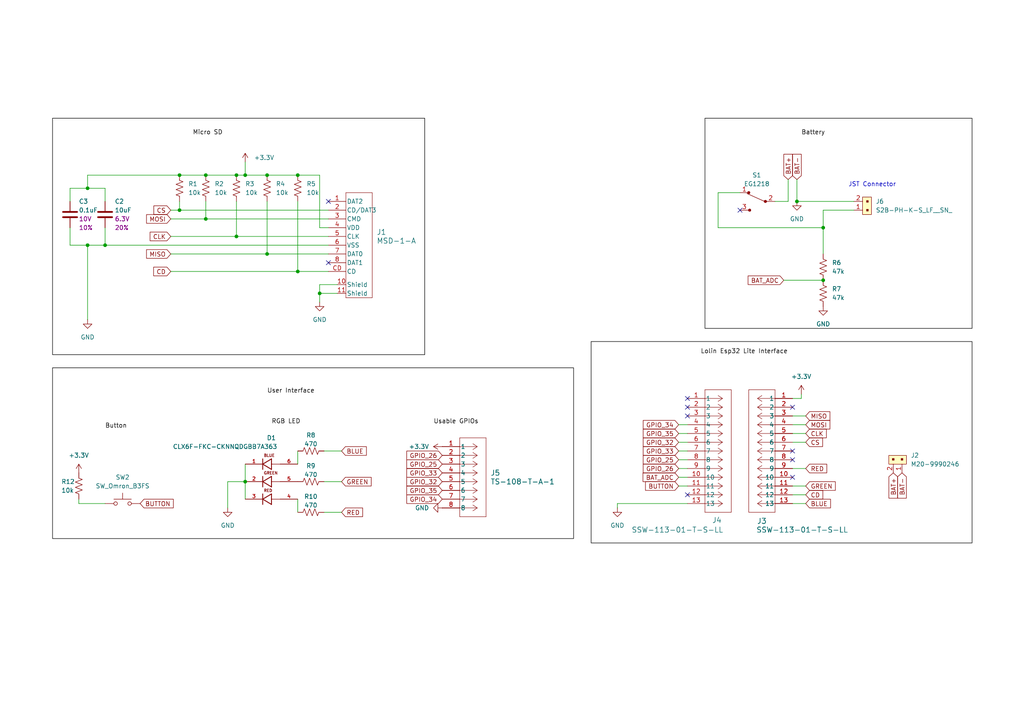
<source format=kicad_sch>
(kicad_sch (version 20231120) (generator "eeschema") (generator_version "8.0")
  (paper "A4")
  (title_block (title "ESP32 SD card Shield") (date "2024-08-26") (rev "1"))
  (lib_symbols
    (symbol "2024-08-26_17-59-16:MSD-1-A" (pin_names (offset 0.254))
      (property "Reference" "J1" (at 13.97 -8.8899 0))
      (property "Value" "MSD-1-A" (at 13.97 -11.4299 0))
      (symbol "MSD-1-A_1_1"
        (pin bidirectional line (at 0 0 0) (length 5.08) (name "DAT2") (number "1"))
        (pin power_in line (at 2.54 -24.13 0) (length 2.54) (name "Shield") (number "10"))
        (pin power_in line (at 2.54 -26.67 0) (length 2.54) (name "Shield") (number "11"))
        (pin bidirectional line (at 0 -2.54 0) (length 5.08) (name "CD/DAT3") (number "2"))
        (pin unspecified line (at 0 -5.08 0) (length 5.08) (name "CMD") (number "3"))
        (pin power_in line (at 0 -7.62 0) (length 5.08) (name "VDD") (number "4"))
        (pin input line (at 0 -10.16 0) (length 5.08) (name "CLK") (number "5"))
        (pin power_out line (at 0 -12.7 0) (length 5.08) (name "VSS") (number "6"))
        (pin bidirectional line (at 0 -15.24 0) (length 5.08) (name "DAT0") (number "7"))
        (pin bidirectional line (at 0 -17.78 0) (length 5.08) (name "DAT1") (number "8"))
        (pin unspecified line (at 0 -20.32 0) (length 5.08) (name "CD") (number "CD"))
      )
      (symbol "MSD-1-A_1_2"
        (pin bidirectional line (at 0 0 0) (length 5.08) (name "DAT2") (number "1"))
        (pin bidirectional line (at 0 -2.54 0) (length 5.08) (name "CD/DAT3") (number "2"))
        (pin unspecified line (at 0 -5.08 0) (length 5.08) (name "CMD") (number "3"))
        (pin power_in line (at 0 -7.62 0) (length 5.08) (name "VDD") (number "4"))
        (pin input line (at 0 -10.16 0) (length 5.08) (name "CLK") (number "5"))
        (pin power_out line (at 0 -12.7 0) (length 5.08) (name "VSS") (number "6"))
        (pin bidirectional line (at 0 -15.24 0) (length 5.08) (name "DAT0") (number "7"))
        (pin bidirectional line (at 0 -17.78 0) (length 5.08) (name "DAT1") (number "8"))
        (pin unspecified line (at 0 -20.32 0) (length 5.08) (name "CD") (number "CD"))
      )
    )
    (symbol "2024-08-26_21-57-37:SSW-113-01-T-S-LL" (pin_names (offset 0.254))
      (property "Reference" "J" (at 8.89 6.35 0))
      (property "Value" "SSW-113-01-T-S-LL" (at 0 0 0))
      (symbol "SSW-113-01-T-S-LL_1_1"
        (pin unspecified line (at 0 0 0) (length 5.08) (name "1") (number "1"))
        (pin unspecified line (at 0 -22.86 0) (length 5.08) (name "10") (number "10"))
        (pin unspecified line (at 0 -25.4 0) (length 5.08) (name "11") (number "11"))
        (pin unspecified line (at 0 -27.94 0) (length 5.08) (name "12") (number "12"))
        (pin unspecified line (at 0 -30.48 0) (length 5.08) (name "13") (number "13"))
        (pin unspecified line (at 0 -2.54 0) (length 5.08) (name "2") (number "2"))
        (pin unspecified line (at 0 -5.08 0) (length 5.08) (name "3") (number "3"))
        (pin unspecified line (at 0 -7.62 0) (length 5.08) (name "4") (number "4"))
        (pin unspecified line (at 0 -10.16 0) (length 5.08) (name "5") (number "5"))
        (pin unspecified line (at 0 -12.7 0) (length 5.08) (name "6") (number "6"))
        (pin unspecified line (at 0 -15.24 0) (length 5.08) (name "7") (number "7"))
        (pin unspecified line (at 0 -17.78 0) (length 5.08) (name "8") (number "8"))
        (pin unspecified line (at 0 -20.32 0) (length 5.08) (name "9") (number "9"))
      )
      (symbol "SSW-113-01-T-S-LL_1_2"
        (pin unspecified line (at 0 0 0) (length 5.08) (name "1") (number "1"))
        (pin unspecified line (at 0 -22.86 0) (length 5.08) (name "10") (number "10"))
        (pin unspecified line (at 0 -25.4 0) (length 5.08) (name "11") (number "11"))
        (pin unspecified line (at 0 -27.94 0) (length 5.08) (name "12") (number "12"))
        (pin unspecified line (at 0 -30.48 0) (length 5.08) (name "13") (number "13"))
        (pin unspecified line (at 0 -2.54 0) (length 5.08) (name "2") (number "2"))
        (pin unspecified line (at 0 -5.08 0) (length 5.08) (name "3") (number "3"))
        (pin unspecified line (at 0 -7.62 0) (length 5.08) (name "4") (number "4"))
        (pin unspecified line (at 0 -10.16 0) (length 5.08) (name "5") (number "5"))
        (pin unspecified line (at 0 -12.7 0) (length 5.08) (name "6") (number "6"))
        (pin unspecified line (at 0 -15.24 0) (length 5.08) (name "7") (number "7"))
        (pin unspecified line (at 0 -17.78 0) (length 5.08) (name "8") (number "8"))
        (pin unspecified line (at 0 -20.32 0) (length 5.08) (name "9") (number "9"))
      )
    )
    (symbol "2024-08-26_21-59-15:TS-108-T-A-1" (pin_names (offset 0.254))
      (property "Reference" "J" (at 8.89 6.35 0))
      (property "Value" "TS-108-T-A-1" (at 0 0 0))
      (symbol "TS-108-T-A-1_1_1"
        (pin unspecified line (at 0 0 0) (length 5.08) (name "1") (number "1"))
        (pin unspecified line (at 0 -2.54 0) (length 5.08) (name "2") (number "2"))
        (pin unspecified line (at 0 -5.08 0) (length 5.08) (name "3") (number "3"))
        (pin unspecified line (at 0 -7.62 0) (length 5.08) (name "4") (number "4"))
        (pin unspecified line (at 0 -10.16 0) (length 5.08) (name "5") (number "5"))
        (pin unspecified line (at 0 -12.7 0) (length 5.08) (name "6") (number "6"))
        (pin unspecified line (at 0 -15.24 0) (length 5.08) (name "7") (number "7"))
        (pin unspecified line (at 0 -17.78 0) (length 5.08) (name "8") (number "8"))
      )
      (symbol "TS-108-T-A-1_1_2"
        (pin unspecified line (at 0 0 0) (length 5.08) (name "1") (number "1"))
        (pin unspecified line (at 0 -2.54 0) (length 5.08) (name "2") (number "2"))
        (pin unspecified line (at 0 -5.08 0) (length 5.08) (name "3") (number "3"))
        (pin unspecified line (at 0 -7.62 0) (length 5.08) (name "4") (number "4"))
        (pin unspecified line (at 0 -10.16 0) (length 5.08) (name "5") (number "5"))
        (pin unspecified line (at 0 -12.7 0) (length 5.08) (name "6") (number "6"))
        (pin unspecified line (at 0 -15.24 0) (length 5.08) (name "7") (number "7"))
        (pin unspecified line (at 0 -17.78 0) (length 5.08) (name "8") (number "8"))
      )
    )
    (symbol "CLX6F-FKC-CKNNQDGBB7A363:CLX6F-FKC-CKNNQDGBB7A363" (pin_names (offset 1.016))
      (property "Reference" "D" (at -1.7788 9.1482 0))
      (property "Value" "CLX6F-FKC-CKNNQDGBB7A363" (at -2.5412 -10.1646 0))
      (symbol "CLX6F-FKC-CKNNQDGBB7A363_0_0"
        (text "BLUE" (at 0.2542 7.1176 0) (effects (font (size 0.8134 0.8134)) (justify left bottom)))
        (text "GREEN" (at 0.254 2.0323 0) (effects (font (size 0.8129 0.8129)) (justify left bottom)))
        (text "RED" (at 0.2545 -3.0539 0) (effects (font (size 0.8144 0.8144)) (justify left bottom)))
        (pin passive line (at -5.08 5.08 0) (length 5.08) (name "~") (number "1"))
        (pin passive line (at -5.08 0 0) (length 5.08) (name "~") (number "2"))
        (pin passive line (at -5.08 -5.08 0) (length 5.08) (name "~") (number "3"))
        (pin passive line (at 10.16 -5.08 180) (length 5.08) (name "~") (number "4"))
        (pin passive line (at 10.16 0 180) (length 5.08) (name "~") (number "5"))
        (pin passive line (at 10.16 5.08 180) (length 5.08) (name "~") (number "6"))
      )
    )
    (symbol "SparkFun-Capacitor:0.1uF_0402_10V_10%" (pin_numbers hide) (pin_names (offset 0.254))
      (property "Reference" "C" (at 0.635 2.54 0))
      (property "Value" "0.1uF" (at 0.635 -2.54 0))
      (property "Voltage" "10V" (at 0 -6.35 0))
      (property "Tolerance" "10%" (at 0 -8.89 0))
      (symbol "0.1uF_0402_10V_10%_1_1"
        (pin passive line (at 0 3.81 270) (length 2.794) (name "~") (number "1"))
        (pin passive line (at 0 -3.81 90) (length 2.794) (name "~") (number "2"))
      )
    )
    (symbol "SparkFun-Capacitor:10uF_0603_6.3V_20%" (pin_numbers hide) (pin_names (offset 0.254))
      (property "Reference" "C" (at 0.635 2.54 0))
      (property "Value" "10uF" (at 0.635 -2.54 0))
      (property "Voltage" "6.3V" (at 0 -6.35 0))
      (property "Tolerance" "20%" (at 0 -8.89 0))
      (symbol "10uF_0603_6.3V_20%_1_1"
        (pin passive line (at 0 3.81 270) (length 2.794) (name "~") (number "1"))
        (pin passive line (at 0 -3.81 90) (length 2.794) (name "~") (number "2"))
      )
    )
    (symbol "SparkFun-Resistor:10k_0603" (pin_numbers hide) (pin_names (offset 0))
      (property "Reference" "R" (at 0 -2.54 0))
      (property "Value" "10k" (at 0 2.54 0))
      (symbol "10k_0603_1_1"
        (pin passive line (at 3.81 0 180) (length 1.27) (name "~") (number "1"))
        (pin passive line (at -3.81 0 0) (length 1.27) (name "~") (number "2"))
      )
    )
    (symbol "SparkFun-Resistor:470_0603" (pin_numbers hide) (pin_names (offset 0))
      (property "Reference" "R" (at 0 -2.54 0))
      (property "Value" "470" (at 0 2.54 0))
      (symbol "470_0603_1_1"
        (pin passive line (at 3.81 0 180) (length 1.27) (name "~") (number "1"))
        (pin passive line (at -3.81 0 0) (length 1.27) (name "~") (number "2"))
      )
    )
    (symbol "SparkFun-Resistor:47k_0603" (pin_numbers hide) (pin_names (offset 0))
      (property "Reference" "R" (at 0 -2.54 0))
      (property "Value" "47k" (at 0 2.54 0))
      (symbol "47k_0603_1_1"
        (pin passive line (at 3.81 0 180) (length 1.27) (name "~") (number "1"))
        (pin passive line (at -3.81 0 0) (length 1.27) (name "~") (number "2"))
      )
    )
    (symbol "Switch:SW_Omron_B3FS" (pin_numbers hide) (pin_names (offset 1.016) hide)
      (property "Reference" "SW" (at 1.27 2.54 0))
      (property "Value" "SW_Omron_B3FS" (at 0 -1.524 0))
      (symbol "SW_Omron_B3FS_0_1"
        (pin passive line (at -5.08 0 0) (length 2.54) (name "1") (number "1"))
        (pin passive line (at 5.08 0 180) (length 2.54) (name "2") (number "2"))
      )
    )
    (symbol "dk_Rectangular-Connectors-Headers-Male-Pins:M20-9990246" (pin_names (offset 1.016))
      (property "Reference" "J" (at -2.54 1.27 0))
      (property "Value" "M20-9990246" (at 1.27 -3.81 0))
      (symbol "M20-9990246_1_1"
        (pin passive line (at 0 2.54 270) (length 2.54) (name "~") (number "1"))
        (pin passive line (at 2.54 2.54 270) (length 2.54) (name "~") (number "2"))
      )
    )
    (symbol "dk_Rectangular-Connectors-Headers-Male-Pins:S2B-PH-K-S_LF__SN_" (pin_names (offset 1.016))
      (property "Reference" "J" (at -2.54 -1.27 0))
      (property "Value" "S2B-PH-K-S_LF__SN_" (at 1.27 -3.81 0))
      (symbol "S2B-PH-K-S_LF__SN__1_1"
        (pin passive line (at 0 2.54 270) (length 2.54) (name "~") (number "1"))
        (pin passive line (at 2.54 2.54 270) (length 2.54) (name "~") (number "2"))
      )
    )
    (symbol "dk_Slide-Switches:EG1218" (pin_names (offset 0))
      (property "Reference" "S" (at -3.81 2.286 0))
      (property "Value" "EG1218" (at 0 -5.334 0))
      (symbol "EG1218_1_1"
        (pin passive line (at 5.08 2.54 180) (length 2.54) (name "~") (number "1"))
        (pin passive line (at -5.08 0 0) (length 2.54) (name "~") (number "2"))
        (pin passive line (at 5.08 -2.54 180) (length 2.54) (name "~") (number "3"))
      )
    )
    (symbol "power:+3.3V" (power) (pin_numbers hide) (pin_names (offset 0) hide)
      (property "Value" "+3.3V" (at 0 3.556 0))
      (symbol "+3.3V_1_1"
        (pin power_in line (at 0 0 90) (length 0) (name "~") (number "1"))
      )
    )
    (symbol "power:GND" (power) (pin_numbers hide) (pin_names (offset 0) hide)
      (property "Value" "GND" (at 0 -3.81 0))
      (symbol "GND_1_1"
        (pin power_in line (at 0 0 270) (length 0) (name "~") (number "1"))
      )
    )
  )
  (junction (at 71.12 50.8))
  (junction (at 86.36 78.74))
  (junction (at 71.12 139.7))
  (junction (at 25.4 71.12))
  (junction (at 231.14 58.42))
  (junction (at 68.58 50.8))
  (junction (at 92.71 85.09))
  (junction (at 59.69 50.8))
  (junction (at 238.76 81.28))
  (junction (at 68.58 68.58))
  (junction (at 77.47 50.8))
  (junction (at 30.48 71.12))
  (junction (at 59.69 63.5))
  (junction (at 238.76 66.04))
  (junction (at 52.07 60.96))
  (junction (at 77.47 73.66))
  (junction (at 25.4 54.61))
  (junction (at 86.36 50.8))
  (junction (at 52.07 50.8))
  (no_connect (at 199.39 118.11))
  (no_connect (at 229.87 133.35))
  (no_connect (at 199.39 143.51))
  (no_connect (at 199.39 115.57))
  (no_connect (at 199.39 120.65))
  (no_connect (at 95.25 58.42))
  (no_connect (at 229.87 118.11))
  (no_connect (at 214.63 60.96))
  (no_connect (at 95.25 76.2))
  (no_connect (at 229.87 138.43))
  (no_connect (at 229.87 130.81))
  (wire (pts (xy 214.63 55.88) (xy 208.28 55.88)))
  (wire (pts (xy 227.33 81.28) (xy 238.76 81.28)))
  (wire (pts (xy 71.12 139.7) (xy 71.12 134.62)))
  (wire (pts (xy 20.32 54.61) (xy 25.4 54.61)))
  (wire (pts (xy 59.69 58.42) (xy 59.69 63.5)))
  (wire (pts (xy 66.04 139.7) (xy 71.12 139.7)))
  (wire (pts (xy 196.85 133.35) (xy 199.39 133.35)))
  (wire (pts (xy 71.12 46.99) (xy 71.12 50.8)))
  (wire (pts (xy 22.86 144.78) (xy 22.86 146.05)))
  (wire (pts (xy 247.65 60.96) (xy 238.76 60.96)))
  (wire (pts (xy 196.85 140.97) (xy 199.39 140.97)))
  (wire (pts (xy 30.48 71.12) (xy 25.4 71.12)))
  (wire (pts (xy 95.25 66.04) (xy 92.71 66.04)))
  (wire (pts (xy 92.71 82.55) (xy 92.71 85.09)))
  (wire (pts (xy 92.71 87.63) (xy 92.71 85.09)))
  (wire (pts (xy 224.79 58.42) (xy 228.6 58.42)))
  (wire (pts (xy 68.58 50.8) (xy 71.12 50.8)))
  (wire (pts (xy 233.68 140.97) (xy 229.87 140.97)))
  (wire (pts (xy 238.76 66.04) (xy 238.76 73.66)))
  (wire (pts (xy 233.68 120.65) (xy 229.87 120.65)))
  (wire (pts (xy 196.85 135.89) (xy 199.39 135.89)))
  (wire (pts (xy 208.28 55.88) (xy 208.28 66.04)))
  (wire (pts (xy 196.85 123.19) (xy 199.39 123.19)))
  (wire (pts (xy 49.53 78.74) (xy 86.36 78.74)))
  (wire (pts (xy 77.47 58.42) (xy 77.47 73.66)))
  (wire (pts (xy 97.79 85.09) (xy 92.71 85.09)))
  (wire (pts (xy 232.41 115.57) (xy 229.87 115.57)))
  (wire (pts (xy 86.36 148.59) (xy 86.36 144.78)))
  (wire (pts (xy 22.86 146.05) (xy 30.48 146.05)))
  (wire (pts (xy 196.85 138.43) (xy 199.39 138.43)))
  (wire (pts (xy 52.07 58.42) (xy 52.07 60.96)))
  (wire (pts (xy 86.36 78.74) (xy 95.25 78.74)))
  (wire (pts (xy 52.07 50.8) (xy 59.69 50.8)))
  (wire (pts (xy 233.68 128.27) (xy 229.87 128.27)))
  (wire (pts (xy 25.4 71.12) (xy 25.4 92.71)))
  (wire (pts (xy 231.14 52.07) (xy 231.14 58.42)))
  (wire (pts (xy 231.14 58.42) (xy 247.65 58.42)))
  (wire (pts (xy 196.85 128.27) (xy 199.39 128.27)))
  (wire (pts (xy 233.68 146.05) (xy 229.87 146.05)))
  (wire (pts (xy 59.69 63.5) (xy 95.25 63.5)))
  (wire (pts (xy 77.47 50.8) (xy 86.36 50.8)))
  (wire (pts (xy 20.32 58.42) (xy 20.32 54.61)))
  (wire (pts (xy 233.68 135.89) (xy 229.87 135.89)))
  (wire (pts (xy 49.53 73.66) (xy 77.47 73.66)))
  (wire (pts (xy 59.69 50.8) (xy 68.58 50.8)))
  (wire (pts (xy 233.68 143.51) (xy 229.87 143.51)))
  (wire (pts (xy 233.68 123.19) (xy 229.87 123.19)))
  (wire (pts (xy 208.28 66.04) (xy 238.76 66.04)))
  (wire (pts (xy 49.53 63.5) (xy 59.69 63.5)))
  (wire (pts (xy 49.53 68.58) (xy 68.58 68.58)))
  (wire (pts (xy 30.48 54.61) (xy 30.48 58.42)))
  (wire (pts (xy 20.32 66.04) (xy 20.32 71.12)))
  (wire (pts (xy 179.07 147.32) (xy 179.07 146.05)))
  (wire (pts (xy 25.4 50.8) (xy 52.07 50.8)))
  (wire (pts (xy 68.58 58.42) (xy 68.58 68.58)))
  (wire (pts (xy 99.06 148.59) (xy 93.98 148.59)))
  (wire (pts (xy 238.76 60.96) (xy 238.76 66.04)))
  (wire (pts (xy 68.58 68.58) (xy 95.25 68.58)))
  (wire (pts (xy 99.06 139.7) (xy 93.98 139.7)))
  (wire (pts (xy 49.53 60.96) (xy 52.07 60.96)))
  (wire (pts (xy 25.4 50.8) (xy 25.4 54.61)))
  (wire (pts (xy 86.36 130.81) (xy 86.36 134.62)))
  (wire (pts (xy 66.04 147.32) (xy 66.04 139.7)))
  (wire (pts (xy 99.06 130.81) (xy 93.98 130.81)))
  (wire (pts (xy 20.32 71.12) (xy 25.4 71.12)))
  (wire (pts (xy 196.85 130.81) (xy 199.39 130.81)))
  (wire (pts (xy 86.36 58.42) (xy 86.36 78.74)))
  (wire (pts (xy 228.6 52.07) (xy 228.6 58.42)))
  (wire (pts (xy 196.85 125.73) (xy 199.39 125.73)))
  (wire (pts (xy 77.47 73.66) (xy 95.25 73.66)))
  (wire (pts (xy 52.07 60.96) (xy 95.25 60.96)))
  (wire (pts (xy 232.41 114.3) (xy 232.41 115.57)))
  (wire (pts (xy 71.12 139.7) (xy 71.12 144.78)))
  (wire (pts (xy 95.25 71.12) (xy 30.48 71.12)))
  (wire (pts (xy 25.4 54.61) (xy 30.48 54.61)))
  (wire (pts (xy 30.48 66.04) (xy 30.48 71.12)))
  (wire (pts (xy 71.12 50.8) (xy 77.47 50.8)))
  (wire (pts (xy 86.36 50.8) (xy 92.71 50.8)))
  (wire (pts (xy 92.71 66.04) (xy 92.71 50.8)))
  (wire (pts (xy 179.07 146.05) (xy 199.39 146.05)))
  (wire (pts (xy 233.68 125.73) (xy 229.87 125.73)))
  (wire (pts (xy 97.79 82.55) (xy 92.71 82.55)))
  (rectangle (start 204.47 34.29) (end 281.94 95.25) (stroke (width 0) (color 0 0 0 1)))
  (rectangle (start 15.24 34.29) (end 123.19 102.87) (stroke (width 0) (color 0 0 0 1)))
  (rectangle (start 15.24 106.68) (end 166.37 156.21) (stroke (width 0) (color 0 0 0 1)))
  (rectangle (start 171.45 99.06) (end 281.94 157.48) (stroke (width 0) (color 0 0 0 1)))
  (text "JST Connector" (at 252.984 53.594 0) (effects (font (size 1.27 1.27))))
  (label "Battery" (at 232.41 39.37 0))
  (label "Lolin Esp32 Lite Interface" (at 203.2 102.87 0))
  (label "User Interface" (at 77.47 114.3 0))
  (label "Usable GPIOs" (at 125.73 123.19 0))
  (label "Micro SD" (at 55.88 39.37 0))
  (label "RGB LED" (at 78.74 123.19 0))
  (label "Button" (at 30.48 124.46 0))
  (global_label "CD" (shape input) (at 233.68 143.51 0) (property "Intersheetrefs" "${INTERSHEET_REFS}" (effects (hide yes))))
  (global_label "BAT_ADC" (shape input) (at 196.85 138.43 180) (property "Intersheetrefs" "${INTERSHEET_REFS}" (effects (hide yes))))
  (global_label "GPIO_26" (shape input) (at 128.27 132.08 180) (property "Intersheetrefs" "${INTERSHEET_REFS}" (effects (hide yes))))
  (global_label "CS" (shape input) (at 233.68 128.27 0) (property "Intersheetrefs" "${INTERSHEET_REFS}" (effects (hide yes))))
  (global_label "BLUE" (shape input) (at 233.68 146.05 0) (property "Intersheetrefs" "${INTERSHEET_REFS}" (effects (hide yes))))
  (global_label "BLUE" (shape input) (at 99.06 130.81 0) (property "Intersheetrefs" "${INTERSHEET_REFS}" (effects (hide yes))))
  (global_label "CLK" (shape input) (at 49.53 68.58 180) (property "Intersheetrefs" "${INTERSHEET_REFS}" (effects (hide yes))))
  (global_label "GPIO_32" (shape input) (at 128.27 139.7 180) (property "Intersheetrefs" "${INTERSHEET_REFS}" (effects (hide yes))))
  (global_label "BAT+" (shape input) (at 228.6 52.07 90) (property "Intersheetrefs" "${INTERSHEET_REFS}" (effects (hide yes))))
  (global_label "GPIO_33" (shape input) (at 128.27 137.16 180) (property "Intersheetrefs" "${INTERSHEET_REFS}" (effects (hide yes))))
  (global_label "BAT-" (shape input) (at 261.62 137.16 270) (property "Intersheetrefs" "${INTERSHEET_REFS}" (effects (hide yes))))
  (global_label "GPIO_35" (shape input) (at 196.85 125.73 180) (property "Intersheetrefs" "${INTERSHEET_REFS}" (effects (hide yes))))
  (global_label "GREEN" (shape input) (at 99.06 139.7 0) (property "Intersheetrefs" "${INTERSHEET_REFS}" (effects (hide yes))))
  (global_label "BAT_ADC" (shape input) (at 227.33 81.28 180) (property "Intersheetrefs" "${INTERSHEET_REFS}" (effects (hide yes))))
  (global_label "GPIO_35" (shape input) (at 128.27 142.24 180) (property "Intersheetrefs" "${INTERSHEET_REFS}" (effects (hide yes))))
  (global_label "GPIO_25" (shape input) (at 128.27 134.62 180) (property "Intersheetrefs" "${INTERSHEET_REFS}" (effects (hide yes))))
  (global_label "GPIO_25" (shape input) (at 196.85 133.35 180) (property "Intersheetrefs" "${INTERSHEET_REFS}" (effects (hide yes))))
  (global_label "CD" (shape input) (at 49.53 78.74 180) (property "Intersheetrefs" "${INTERSHEET_REFS}" (effects (hide yes))))
  (global_label "GREEN" (shape input) (at 233.68 140.97 0) (property "Intersheetrefs" "${INTERSHEET_REFS}" (effects (hide yes))))
  (global_label "CLK" (shape input) (at 233.68 125.73 0) (property "Intersheetrefs" "${INTERSHEET_REFS}" (effects (hide yes))))
  (global_label "CS" (shape input) (at 49.53 60.96 180) (property "Intersheetrefs" "${INTERSHEET_REFS}" (effects (hide yes))))
  (global_label "RED" (shape input) (at 99.06 148.59 0) (property "Intersheetrefs" "${INTERSHEET_REFS}" (effects (hide yes))))
  (global_label "GPIO_34" (shape input) (at 128.27 144.78 180) (property "Intersheetrefs" "${INTERSHEET_REFS}" (effects (hide yes))))
  (global_label "MOSI" (shape input) (at 233.68 123.19 0) (property "Intersheetrefs" "${INTERSHEET_REFS}" (effects (hide yes))))
  (global_label "RED" (shape input) (at 233.68 135.89 0) (property "Intersheetrefs" "${INTERSHEET_REFS}" (effects (hide yes))))
  (global_label "BAT-" (shape input) (at 231.14 52.07 90) (property "Intersheetrefs" "${INTERSHEET_REFS}" (effects (hide yes))))
  (global_label "GPIO_32" (shape input) (at 196.85 128.27 180) (property "Intersheetrefs" "${INTERSHEET_REFS}" (effects (hide yes))))
  (global_label "MISO" (shape input) (at 49.53 73.66 180) (property "Intersheetrefs" "${INTERSHEET_REFS}" (effects (hide yes))))
  (global_label "BUTTON" (shape input) (at 196.85 140.97 180) (property "Intersheetrefs" "${INTERSHEET_REFS}" (effects (hide yes))))
  (global_label "GPIO_33" (shape input) (at 196.85 130.81 180) (property "Intersheetrefs" "${INTERSHEET_REFS}" (effects (hide yes))))
  (global_label "MISO" (shape input) (at 233.68 120.65 0) (property "Intersheetrefs" "${INTERSHEET_REFS}" (effects (hide yes))))
  (global_label "MOSI" (shape input) (at 49.53 63.5 180) (property "Intersheetrefs" "${INTERSHEET_REFS}" (effects (hide yes))))
  (global_label "GPIO_34" (shape input) (at 196.85 123.19 180) (property "Intersheetrefs" "${INTERSHEET_REFS}" (effects (hide yes))))
  (global_label "GPIO_26" (shape input) (at 196.85 135.89 180) (property "Intersheetrefs" "${INTERSHEET_REFS}" (effects (hide yes))))
  (global_label "BAT+" (shape input) (at 259.08 137.16 270) (property "Intersheetrefs" "${INTERSHEET_REFS}" (effects (hide yes))))
  (global_label "BUTTON" (shape input) (at 40.64 146.05 0) (property "Intersheetrefs" "${INTERSHEET_REFS}" (effects (hide yes))))
  (symbol (lib_id "SparkFun-Resistor:47k_0603") (at 238.76 85.09 90) (unit 1)
    (property "Reference" "R7" (at 241.3 83.8199 90) (effects (justify right)))
    (property "Value" "47k" (at 241.3 86.3599 90) (effects (justify right)))
    (property "Footprint" "Resistor_SMD:R_0603_1608Metric" (effects (hide yes)))
    (property "Datasheet" "https://www.vishay.com/docs/20035/dcrcwe3.pdf" (effects (hide yes)))
    (property "Description" "Resistor" (effects (hide yes)))
    (property "PROD_ID" "RES-07871" (effects (hide yes)))
  )
  (symbol (lib_id "dk_Rectangular-Connectors-Headers-Male-Pins:M20-9990246") (at 261.62 134.62 180) (unit 1)
    (property "Reference" "J2" (at 264.16 132.0799 0) (effects (justify right)))
    (property "Value" "M20-9990246" (at 264.16 134.6199 0) (effects (justify right)))
    (property "Footprint" "digikey-footprints:PinHeader_1x2_P2.54mm" (effects (hide yes)))
    (property "Datasheet" "https://cdn.harwin.com/pdfs/M20-999.pdf" (effects (hide yes)))
    (property "Description" "CONN HEADER VERT 2POS 2.54MM" (effects (hide yes)))
    (property "Digi-Key_PN" "952-2262-ND" (effects (hide yes)))
    (property "MPN" "M20-9990246" (effects (hide yes)))
    (property "Category" "Connectors, Interconnects" (effects (hide yes)))
    (property "Family" "Rectangular Connectors - Headers, Male Pins" (effects (hide yes)))
    (property "DK_Datasheet_Link" "https://cdn.harwin.com/pdfs/M20-999.pdf" (effects (hide yes)))
    (property "DK_Detail_Page" "/product-detail/en/harwin-inc/M20-9990246/952-2262-ND/3728226" (effects (hide yes)))
    (property "Description_1" "CONN HEADER VERT 2POS 2.54MM" (effects (hide yes)))
    (property "Manufacturer" "Harwin Inc." (effects (hide yes)))
    (property "Status" "Active" (effects (hide yes)))
  )
  (symbol (lib_id "2024-08-26_17-59-16:MSD-1-A") (at 95.25 58.42 0) (unit 1)
    (property "Reference" "J1" (at 109.22 67.3099 0) (effects (font (size 1.524 1.524)) (justify left)))
    (property "Value" "MSD-1-A" (at 109.22 69.8499 0) (effects (font (size 1.524 1.524)) (justify left)))
    (property "Footprint" "footprints:CONN9_MSD-1_CUD" (effects (hide yes)))
    (property "Datasheet" "MSD-1-A" (effects (hide yes)))
  )
  (symbol (lib_id "SparkFun-Resistor:10k_0603") (at 68.58 54.61 90) (unit 1)
    (property "Reference" "R3" (at 71.12 53.3399 90) (effects (justify right)))
    (property "Value" "10k" (at 71.12 55.8799 90) (effects (justify right)))
    (property "Footprint" "Resistor_SMD:R_0603_1608Metric" (effects (hide yes)))
    (property "Datasheet" "https://www.vishay.com/docs/20035/dcrcwe3.pdf" (effects (hide yes)))
    (property "Description" "Resistor" (effects (hide yes)))
    (property "PROD_ID" "RES-00824" (effects (hide yes)))
  )
  (symbol (lib_id "power:GND") (at 66.04 147.32 0) (unit 1)
    (property "Reference" "#PWR03" (effects (hide yes)))
    (property "Value" "GND" (at 66.04 152.4 0))
    (property "Description" "Power symbol creates a global label with name \"GND\" , ground" (effects (hide yes)))
  )
  (symbol (lib_id "SparkFun-Resistor:10k_0603") (at 59.69 54.61 90) (unit 1)
    (property "Reference" "R2" (at 62.23 53.3399 90) (effects (justify right)))
    (property "Value" "10k" (at 62.23 55.8799 90) (effects (justify right)))
    (property "Footprint" "Resistor_SMD:R_0603_1608Metric" (effects (hide yes)))
    (property "Datasheet" "https://www.vishay.com/docs/20035/dcrcwe3.pdf" (effects (hide yes)))
    (property "Description" "Resistor" (effects (hide yes)))
    (property "PROD_ID" "RES-00824" (effects (hide yes)))
  )
  (symbol (lib_id "CLX6F-FKC-CKNNQDGBB7A363:CLX6F-FKC-CKNNQDGBB7A363") (at 76.2 139.7 0) (unit 1)
    (property "Reference" "D1" (at 78.7146 127 0))
    (property "Value" "CLX6F-FKC-CKNNQDGBB7A363" (at 65.278 129.54 0))
    (property "Footprint" "CLX6F-FKC-CKNNQDGBB7A363:SOJ100P350X290-6N" (effects (hide yes)))
    (property "DigiKey_Part_Number" "CLX6F-FKC-CKNNQDGBB7A363TR-ND" (effects (hide yes)))
    (property "MF" "Cree Inc." (effects (hide yes)))
    (property "Purchase-URL" "https://www.snapeda.com/api/url_track_click_mouser/?unipart_id=641291&manufacturer=Cree Inc.&part_name=CLX6F-FKC-CKNNQDGBB7A363&search_term=None" (effects (hide yes)))
    (property "Package" "PLCC-6 Cree" (effects (hide yes)))
    (property "Check_prices" "https://www.snapeda.com/parts/CLX6F-FKC-CKNNQDGBB7A363/Cree+Inc./view-part/?ref=eda" (effects (hide yes)))
    (property "SnapEDA_Link" "https://www.snapeda.com/parts/CLX6F-FKC-CKNNQDGBB7A363/Cree+Inc./view-part/?ref=snap" (effects (hide yes)))
    (property "MP" "CLX6F-FKC-CKNNQDGBB7A363" (effects (hide yes)))
    (property "Description_1" "\nRed, Green, Blue (RGB) 622nm Red, 530nm Green, 470nm Blue LED Indication - Discrete 2.1V Red, 2.7V Green, 3V Blue 6-SMD, J-Lead\n" (effects (hide yes)))
    (property "MANUFACTURER" "CREE" (effects (hide yes)))
  )
  (symbol (lib_id "SparkFun-Resistor:10k_0603") (at 86.36 54.61 90) (unit 1)
    (property "Reference" "R5" (at 88.9 53.3399 90) (effects (justify right)))
    (property "Value" "10k" (at 88.9 55.8799 90) (effects (justify right)))
    (property "Footprint" "Resistor_SMD:R_0603_1608Metric" (effects (hide yes)))
    (property "Datasheet" "https://www.vishay.com/docs/20035/dcrcwe3.pdf" (effects (hide yes)))
    (property "Description" "Resistor" (effects (hide yes)))
    (property "PROD_ID" "RES-00824" (effects (hide yes)))
  )
  (symbol (lib_id "2024-08-26_21-57-37:SSW-113-01-T-S-LL") (at 199.39 115.57 0) (unit 1)
    (property "Reference" "J4" (at 206.502 150.876 0) (effects (font (size 1.524 1.524)) (justify left)))
    (property "Value" "SSW-113-01-T-S-LL" (at 183.134 153.67 0) (effects (font (size 1.524 1.524)) (justify left)))
    (property "Footprint" "a:CON13_1X13_TU_SSQ" (effects (hide yes)))
    (property "Datasheet" "SSW-113-01-T-S-LL" (effects (hide yes)))
  )
  (symbol (lib_id "power:+3.3V") (at 71.12 46.99 0) (unit 1)
    (property "Reference" "#PWR01" (effects (hide yes)))
    (property "Value" "+3.3V" (at 73.66 45.7199 0) (effects (justify left)))
    (property "Description" "Power symbol creates a global label with name \"+3.3V\"" (effects (hide yes)))
  )
  (symbol (lib_id "SparkFun-Resistor:470_0603") (at 90.17 139.7 0) (unit 1)
    (property "Reference" "R9" (at 90.17 135.128 0))
    (property "Value" "470" (at 90.17 137.668 0))
    (property "Footprint" "Resistor_SMD:R_0603_1608Metric" (effects (hide yes)))
    (property "Datasheet" "https://www.vishay.com/docs/20035/dcrcwe3.pdf" (effects (hide yes)))
    (property "Description" "Resistor" (effects (hide yes)))
    (property "PROD_ID" "RES-07869" (effects (hide yes)))
  )
  (symbol (lib_id "dk_Rectangular-Connectors-Headers-Male-Pins:S2B-PH-K-S_LF__SN_") (at 250.19 60.96 90) (unit 1)
    (property "Reference" "J6" (at 254 58.4199 90) (effects (justify right)))
    (property "Value" "S2B-PH-K-S_LF__SN_" (at 254 60.9599 90) (effects (justify right)))
    (property "Footprint" "digikey-footprints:PinHeader_1x2_P2mm_Drill1mm_RA" (effects (hide yes)))
    (property "Datasheet" "http://www.jst-mfg.com/product/pdf/eng/ePH.pdf" (effects (hide yes)))
    (property "Description" "CONN HEADER R/A 2POS 2MM" (effects (hide yes)))
    (property "Digi-Key_PN" "455-1719-ND" (effects (hide yes)))
    (property "MPN" "S2B-PH-K-S(LF)(SN)" (effects (hide yes)))
    (property "Category" "Connectors, Interconnects" (effects (hide yes)))
    (property "Family" "Rectangular Connectors - Headers, Male Pins" (effects (hide yes)))
    (property "DK_Datasheet_Link" "http://www.jst-mfg.com/product/pdf/eng/ePH.pdf" (effects (hide yes)))
    (property "DK_Detail_Page" "/product-detail/en/jst-sales-america-inc/S2B-PH-K-S(LF)(SN)/455-1719-ND/926626" (effects (hide yes)))
    (property "Description_1" "CONN HEADER R/A 2POS 2MM" (effects (hide yes)))
    (property "Manufacturer" "JST Sales America Inc." (effects (hide yes)))
    (property "Status" "Active" (effects (hide yes)))
  )
  (symbol (lib_id "SparkFun-Resistor:10k_0603") (at 22.86 140.97 90) (unit 1)
    (property "Reference" "R12" (at 17.78 139.7 90) (effects (justify right)))
    (property "Value" "10k" (at 17.78 142.24 90) (effects (justify right)))
    (property "Footprint" "Resistor_SMD:R_0603_1608Metric" (effects (hide yes)))
    (property "Datasheet" "https://www.vishay.com/docs/20035/dcrcwe3.pdf" (effects (hide yes)))
    (property "Description" "Resistor" (effects (hide yes)))
    (property "PROD_ID" "RES-00824" (effects (hide yes)))
  )
  (symbol (lib_id "power:GND") (at 231.14 58.42 0) (unit 1)
    (property "Reference" "#PWR07" (effects (hide yes)))
    (property "Value" "GND" (at 231.14 63.5 0))
    (property "Description" "Power symbol creates a global label with name \"GND\" , ground" (effects (hide yes)))
  )
  (symbol (lib_id "2024-08-26_21-59-15:TS-108-T-A-1") (at 128.27 129.54 0) (unit 1)
    (property "Reference" "J5" (at 142.24 137.1599 0) (effects (font (size 1.524 1.524)) (justify left)))
    (property "Value" "TS-108-T-A-1" (at 142.24 139.6999 0) (effects (font (size 1.524 1.524)) (justify left)))
    (property "Footprint" "df:CON8_1X8_TUC_HTS_SAI" (effects (hide yes)))
    (property "Datasheet" "TS-108-T-A-1" (effects (hide yes)))
  )
  (symbol (lib_id "SparkFun-Capacitor:0.1uF_0402_10V_10%") (at 20.32 62.23 0) (unit 1)
    (property "Reference" "C3" (at 22.86 58.42 0) (effects (justify left)))
    (property "Value" "0.1uF" (at 22.86 60.96 0) (effects (justify left)))
    (property "Footprint" "Capacitor_SMD:C_0402_1005Metric" (effects (hide yes)))
    (property "Datasheet" "https://cdn.sparkfun.com/assets/8/a/4/a/5/Kemet_Capacitor_Datasheet.pdf" (effects (hide yes)))
    (property "Description" "Unpolarized capacitor" (effects (hide yes)))
    (property "PROD_ID" "CAP-15083" (effects (hide yes)))
    (property "Voltage" "10V" (at 22.86 63.5 0) (effects (justify left)))
    (property "Tolerance" "10%" (at 22.86 66.04 0) (effects (justify left)))
  )
  (symbol (lib_id "power:+3.3V") (at 22.86 137.16 0) (unit 1)
    (property "Reference" "#PWR06" (effects (hide yes)))
    (property "Value" "+3.3V" (at 22.86 132.08 0))
    (property "Description" "Power symbol creates a global label with name \"+3.3V\"" (effects (hide yes)))
  )
  (symbol (lib_id "SparkFun-Resistor:10k_0603") (at 77.47 54.61 90) (unit 1)
    (property "Reference" "R4" (at 80.01 53.3399 90) (effects (justify right)))
    (property "Value" "10k" (at 80.01 55.8799 90) (effects (justify right)))
    (property "Footprint" "Resistor_SMD:R_0603_1608Metric" (effects (hide yes)))
    (property "Datasheet" "https://www.vishay.com/docs/20035/dcrcwe3.pdf" (effects (hide yes)))
    (property "Description" "Resistor" (effects (hide yes)))
    (property "PROD_ID" "RES-00824" (effects (hide yes)))
  )
  (symbol (lib_id "dk_Slide-Switches:EG1218") (at 219.71 58.42 0) (mirror y) (unit 1)
    (property "Reference" "S1" (at 219.5068 50.8 0))
    (property "Value" "EG1218" (at 219.5068 53.34 0))
    (property "Footprint" "digikey-footprints:Switch_Slide_11.6x4mm_EG1218" (effects (hide yes)))
    (property "Datasheet" "http://spec_sheets.e-switch.com/specs/P040040.pdf" (effects (hide yes)))
    (property "Description" "SWITCH SLIDE SPDT 200MA 30V" (effects (hide yes)))
    (property "Digi-Key_PN" "EG1903-ND" (effects (hide yes)))
    (property "MPN" "EG1218" (effects (hide yes)))
    (property "Category" "Switches" (effects (hide yes)))
    (property "Family" "Slide Switches" (effects (hide yes)))
    (property "DK_Datasheet_Link" "http://spec_sheets.e-switch.com/specs/P040040.pdf" (effects (hide yes)))
    (property "DK_Detail_Page" "/product-detail/en/e-switch/EG1218/EG1903-ND/101726" (effects (hide yes)))
    (property "Description_1" "SWITCH SLIDE SPDT 200MA 30V" (effects (hide yes)))
    (property "Manufacturer" "E-Switch" (effects (hide yes)))
    (property "Status" "Active" (effects (hide yes)))
  )
  (symbol (lib_id "power:GND") (at 238.76 88.9 0) (unit 1)
    (property "Reference" "#PWR05" (effects (hide yes)))
    (property "Value" "GND" (at 238.76 93.98 0))
    (property "Description" "Power symbol creates a global label with name \"GND\" , ground" (effects (hide yes)))
  )
  (symbol (lib_id "2024-08-26_21-57-37:SSW-113-01-T-S-LL") (at 229.87 115.57 0) (mirror y) (unit 1)
    (property "Reference" "J3" (at 220.98 151.13 0) (effects (font (size 1.524 1.524))))
    (property "Value" "SSW-113-01-T-S-LL" (at 232.664 153.67 0) (effects (font (size 1.524 1.524))))
    (property "Footprint" "a:CON13_1X13_TU_SSQ" (effects (hide yes)))
    (property "Datasheet" "SSW-113-01-T-S-LL" (effects (hide yes)))
  )
  (symbol (lib_id "SparkFun-Resistor:470_0603") (at 90.17 130.81 0) (unit 1)
    (property "Reference" "R8" (at 90.17 126.238 0))
    (property "Value" "470" (at 90.17 128.778 0))
    (property "Footprint" "Resistor_SMD:R_0603_1608Metric" (effects (hide yes)))
    (property "Datasheet" "https://www.vishay.com/docs/20035/dcrcwe3.pdf" (effects (hide yes)))
    (property "Description" "Resistor" (effects (hide yes)))
    (property "PROD_ID" "RES-07869" (effects (hide yes)))
  )
  (symbol (lib_id "power:GND") (at 25.4 92.71 0) (unit 1)
    (property "Reference" "#PWR015" (effects (hide yes)))
    (property "Value" "GND" (at 25.4 97.79 0))
    (property "Description" "Power symbol creates a global label with name \"GND\" , ground" (effects (hide yes)))
  )
  (symbol (lib_id "SparkFun-Resistor:10k_0603") (at 52.07 54.61 90) (unit 1)
    (property "Reference" "R1" (at 54.61 53.3399 90) (effects (justify right)))
    (property "Value" "10k" (at 54.61 55.8799 90) (effects (justify right)))
    (property "Footprint" "Resistor_SMD:R_0603_1608Metric" (effects (hide yes)))
    (property "Datasheet" "https://www.vishay.com/docs/20035/dcrcwe3.pdf" (effects (hide yes)))
    (property "Description" "Resistor" (effects (hide yes)))
    (property "PROD_ID" "RES-00824" (effects (hide yes)))
  )
  (symbol (lib_id "SparkFun-Capacitor:10uF_0603_6.3V_20%") (at 30.48 62.23 0) (unit 1)
    (property "Reference" "C2" (at 33.274 58.42 0) (effects (justify left)))
    (property "Value" "10uF" (at 33.274 60.96 0) (effects (justify left)))
    (property "Footprint" "Capacitor_SMD:C_0603_1608Metric" (effects (hide yes)))
    (property "Datasheet" "https://cdn.sparkfun.com/assets/8/a/4/a/5/Kemet_Capacitor_Datasheet.pdf" (effects (hide yes)))
    (property "Description" "Unpolarized capacitor" (effects (hide yes)))
    (property "PROD_ID" "CAP-11015" (effects (hide yes)))
    (property "Voltage" "6.3V" (at 33.274 63.5 0) (effects (justify left)))
    (property "Tolerance" "20%" (at 33.274 66.04 0) (effects (justify left)))
  )
  (symbol (lib_id "SparkFun-Resistor:470_0603") (at 90.17 148.59 0) (unit 1)
    (property "Reference" "R10" (at 90.17 144.018 0))
    (property "Value" "470" (at 90.17 146.558 0))
    (property "Footprint" "Resistor_SMD:R_0603_1608Metric" (effects (hide yes)))
    (property "Datasheet" "https://www.vishay.com/docs/20035/dcrcwe3.pdf" (effects (hide yes)))
    (property "Description" "Resistor" (effects (hide yes)))
    (property "PROD_ID" "RES-07869" (effects (hide yes)))
  )
  (symbol (lib_id "power:GND") (at 128.27 147.32 270) (unit 1)
    (property "Reference" "#PWR04" (effects (hide yes)))
    (property "Value" "GND" (at 124.46 147.3199 90) (effects (justify right)))
    (property "Description" "Power symbol creates a global label with name \"GND\" , ground" (effects (hide yes)))
  )
  (symbol (lib_id "power:+3.3V") (at 232.41 114.3 0) (mirror y) (unit 1)
    (property "Reference" "#PWR08" (effects (hide yes)))
    (property "Value" "+3.3V" (at 232.41 109.22 0))
    (property "Description" "Power symbol creates a global label with name \"+3.3V\"" (effects (hide yes)))
  )
  (symbol (lib_id "SparkFun-Resistor:47k_0603") (at 238.76 77.47 90) (unit 1)
    (property "Reference" "R6" (at 241.3 76.1999 90) (effects (justify right)))
    (property "Value" "47k" (at 241.3 78.7399 90) (effects (justify right)))
    (property "Footprint" "Resistor_SMD:R_0603_1608Metric" (effects (hide yes)))
    (property "Datasheet" "https://www.vishay.com/docs/20035/dcrcwe3.pdf" (effects (hide yes)))
    (property "Description" "Resistor" (effects (hide yes)))
    (property "PROD_ID" "RES-07871" (effects (hide yes)))
  )
  (symbol (lib_id "Switch:SW_Omron_B3FS") (at 35.56 146.05 0) (unit 1)
    (property "Reference" "SW2" (at 35.56 138.43 0))
    (property "Value" "SW_Omron_B3FS" (at 35.56 140.97 0))
    (property "Footprint" "Button_Switch_SMD:SW_SPST_Omron_B3FS-100xP" (effects (hide yes)))
    (property "Datasheet" "https://omronfs.omron.com/en_US/ecb/products/pdf/en-b3fs.pdf" (effects (hide yes)))
    (property "Description" "Omron B3FS 6x6mm single pole normally-open tactile switch" (effects (hide yes)))
  )
  (symbol (lib_id "power:+3.3V") (at 128.27 129.54 90) (mirror x) (unit 1)
    (property "Reference" "#PWR011" (effects (hide yes)))
    (property "Value" "+3.3V" (at 124.46 129.5399 90) (effects (justify left)))
    (property "Description" "Power symbol creates a global label with name \"+3.3V\"" (effects (hide yes)))
  )
  (symbol (lib_id "power:GND") (at 179.07 147.32 0) (unit 1)
    (property "Reference" "#PWR02" (effects (hide yes)))
    (property "Value" "GND" (at 179.07 152.4 0))
    (property "Description" "Power symbol creates a global label with name \"GND\" , ground" (effects (hide yes)))
  )
  (symbol (lib_id "power:GND") (at 92.71 87.63 0) (unit 1)
    (property "Reference" "#PWR09" (effects (hide yes)))
    (property "Value" "GND" (at 92.71 92.71 0))
    (property "Description" "Power symbol creates a global label with name \"GND\" , ground" (effects (hide yes)))
  )
)
</source>
